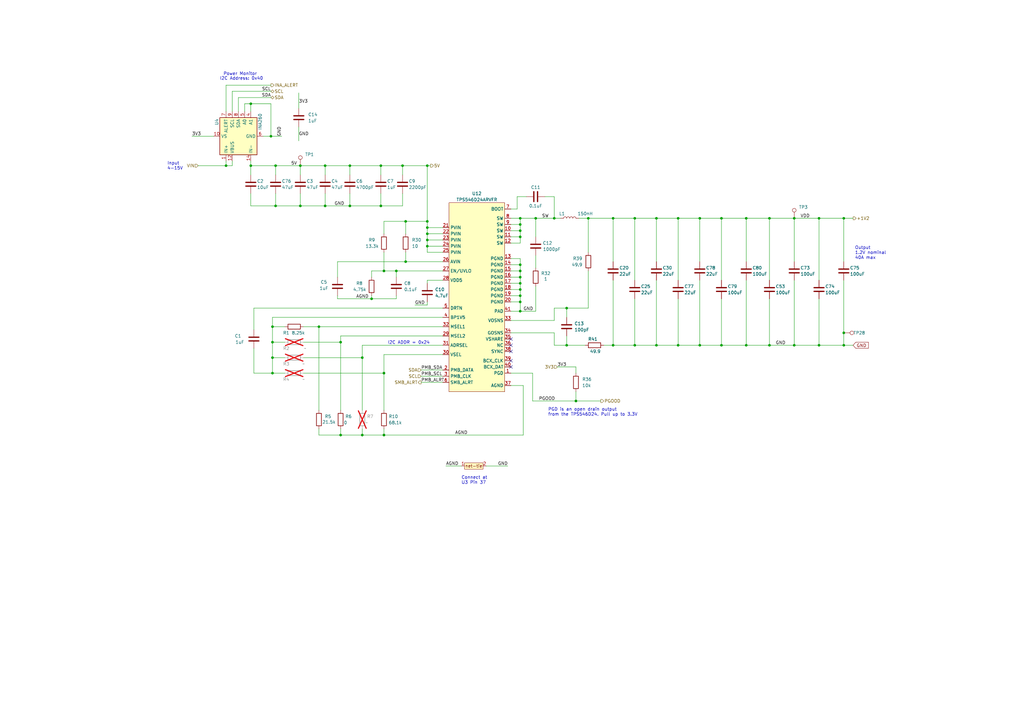
<source format=kicad_sch>
(kicad_sch (version 20231120) (generator "eeschema") (generator_version "8.0")
  (paper "A3")
  (title_block (title "BitForgeNano") (date "2024-06-21") (rev "1.0") (comment 1 "Licensed under CERN-OHL-W version 2"))
  (lib_symbols
    (symbol "BitForgeNano:C" (pin_numbers hide) (pin_names (offset 0.254))
      (property "Reference" "C" (at 0.635 2.54 0))
      (property "Value" "C" (at 0.635 -2.54 0))
      (symbol "C_0_1"
        (polyline (pts (xy -2.032 -0.762) (xy 2.032 -0.762)) (stroke (width 0.508)))
        (polyline (pts (xy -2.032 0.762) (xy 2.032 0.762)) (stroke (width 0.508)))
      )
      (symbol "C_1_1"
        (pin passive line (at 0 3.81 270) (length 2.794) (name "~") (number "1"))
        (pin passive line (at 0 -3.81 90) (length 2.794) (name "~") (number "2"))
      )
    )
    (symbol "BitForgeNano:INA260"
      (property "Reference" "U" (at -6.35 8.89 0))
      (property "Value" "INA260" (at 2.54 8.89 0))
      (symbol "INA260_0_1"
        (rectangle (start -7.62 7.62) (end 7.62 -7.62) (stroke (width 0.254)) (fill (type background)))
      )
      (symbol "INA260_1_1"
        (pin passive line (at -10.16 5.08 0) (length 2.54) (name "IN+") (number "1"))
        (pin power_in line (at 0 10.16 270) (length 2.54) (name "VS") (number "10"))
        (pin passive line (at 0 -10.16 90) (length 2.54) hide (name "GND") (number "11"))
        (pin passive line (at -10.16 2.54 0) (length 2.54) (name "VBUS") (number "12"))
        (pin no_connect line (at 2.54 -7.62 90) (length 2.54) hide (name "NC") (number "13"))
        (pin passive line (at -10.16 -5.08 0) (length 2.54) (name "IN-") (number "14"))
        (pin passive line (at -10.16 -5.08 0) (length 2.54) hide (name "IN-") (number "15"))
        (pin passive line (at -10.16 -5.08 0) (length 2.54) hide (name "IN-") (number "16"))
        (pin passive line (at -10.16 5.08 0) (length 2.54) hide (name "IN+") (number "2"))
        (pin passive line (at -10.16 5.08 0) (length 2.54) hide (name "IN+") (number "3"))
        (pin input line (at 10.16 -5.08 180) (length 2.54) (name "A1") (number "4"))
        (pin input line (at 10.16 -2.54 180) (length 2.54) (name "A0") (number "5"))
        (pin power_in line (at 0 -10.16 90) (length 2.54) (name "GND") (number "6"))
        (pin open_collector line (at 10.16 5.08 180) (length 2.54) (name "ALERT") (number "7"))
        (pin bidirectional line (at 10.16 0 180) (length 2.54) (name "SDA") (number "8"))
        (pin input line (at 10.16 2.54 180) (length 2.54) (name "SCL") (number "9"))
      )
    )
    (symbol "BitForgeNano:RT9080-33GJ5" (pin_names (offset 0.254))
      (property "Reference" "U2" (at 0 8.382 0))
      (property "Value" "RT9080-33GJ5" (at 0 5.842 0))
      (symbol "RT9080-33GJ5_1_1"
        (rectangle (start -6.35 3.81) (end 6.35 -5.08) (stroke (width 0.1524)) (fill (type background)))
        (pin power_in line (at -8.89 1.27 0) (length 2.54) (name "VIN") (number "1"))
        (pin power_in line (at 8.89 -3.81 180) (length 2.54) (name "GND") (number "2"))
        (pin input line (at -8.89 -1.27 0) (length 2.54) (name "EN") (number "3"))
        (pin power_in line (at 8.89 -1.27 180) (length 2.54) (name "NC") (number "4"))
        (pin output line (at 8.89 1.27 180) (length 2.54) (name "VOUT") (number "5"))
      )
    )
    (symbol "BitForgeNano:TestPoint" (pin_numbers hide) (pin_names (offset 0.762) hide)
      (property "Reference" "TP" (at 0 6.858 0))
      (property "Value" "TestPoint" (at 0 5.08 0))
      (symbol "TestPoint_0_1"
        (circle (center 0 3.302) (radius 0.762))
      )
      (symbol "TestPoint_1_1"
        (pin passive line (at 0 0 90) (length 2.54) (name "1") (number "1"))
      )
    )
    (symbol "Connector:TestPoint" (pin_numbers hide) (pin_names (offset 0.762) hide)
      (property "Reference" "TP" (at 0 6.858 0))
      (property "Value" "TestPoint" (at 0 5.08 0))
      (symbol "TestPoint_0_1"
        (circle (center 0 3.302) (radius 0.762))
      )
      (symbol "TestPoint_1_1"
        (pin passive line (at 0 0 90) (length 2.54) (name "1") (number "1"))
      )
    )
    (symbol "Device:C" (pin_numbers hide) (pin_names (offset 0.254))
      (property "Reference" "C" (at 0.635 2.54 0))
      (property "Value" "C" (at 0.635 -2.54 0))
      (symbol "C_0_1"
        (polyline (pts (xy -2.032 -0.762) (xy 2.032 -0.762)) (stroke (width 0.508)))
        (polyline (pts (xy -2.032 0.762) (xy 2.032 0.762)) (stroke (width 0.508)))
      )
      (symbol "C_1_1"
        (pin passive line (at 0 3.81 270) (length 2.794) (name "~") (number "1"))
        (pin passive line (at 0 -3.81 90) (length 2.794) (name "~") (number "2"))
      )
    )
    (symbol "Device:L" (pin_numbers hide) (pin_names (offset 1.016) hide)
      (property "Reference" "L" (at -1.27 0 90))
      (property "Value" "L" (at 1.905 0 90))
      (symbol "L_0_1"
        (arc (start 0 -2.54) (mid 0.6323 -1.905) (end 0 -1.27))
        (arc (start 0 -1.27) (mid 0.6323 -0.635) (end 0 0))
        (arc (start 0 0) (mid 0.6323 0.635) (end 0 1.27))
        (arc (start 0 1.27) (mid 0.6323 1.905) (end 0 2.54))
      )
      (symbol "L_1_1"
        (pin passive line (at 0 3.81 270) (length 1.27) (name "1") (number "1"))
        (pin passive line (at 0 -3.81 90) (length 1.27) (name "2") (number "2"))
      )
    )
    (symbol "Device:R" (pin_numbers hide) (pin_names (offset 0))
      (property "Reference" "R" (at 2.032 0 90))
      (property "Value" "R" (at 0 0 90))
      (symbol "R_0_1"
        (rectangle (start -1.016 -2.54) (end 1.016 2.54) (stroke (width 0.254)))
      )
      (symbol "R_1_1"
        (pin passive line (at 0 3.81 270) (length 1.27) (name "~") (number "1"))
        (pin passive line (at 0 -3.81 90) (length 1.27) (name "~") (number "2"))
      )
    )
    (symbol "bitaxe:TPS546D24"
      (property "Reference" "U10" (at 0 45.72 0))
      (property "Value" "TPS546D24ARVFR" (at 0 43.18 0))
      (symbol "TPS546D24_0_1"
        (rectangle (start -11.43 41.91) (end 11.43 -35.56) (stroke (width 0.1524)) (fill (type background)))
      )
      (symbol "TPS546D24_1_1"
        (pin input line (at 13.97 -27.94 180) (length 2.54) (name "PGD") (number "1"))
        (pin power_in line (at 13.97 30.48 180) (length 2.54) (name "SW") (number "10"))
        (pin output line (at 13.97 27.94 180) (length 2.54) (name "SW") (number "11"))
        (pin power_out line (at 13.97 25.4 180) (length 2.54) (name "SW") (number "12"))
        (pin output line (at 13.97 19.05 180) (length 2.54) (name "PGND") (number "13"))
        (pin output line (at 13.97 16.51 180) (length 2.54) (name "PGND") (number "14"))
        (pin input line (at 13.97 13.97 180) (length 2.54) (name "PGND") (number "15"))
        (pin input line (at 13.97 11.43 180) (length 2.54) (name "PGND") (number "16"))
        (pin power_in line (at 13.97 8.89 180) (length 2.54) (name "PGND") (number "17"))
        (pin input line (at 13.97 6.35 180) (length 2.54) (name "PGND") (number "18"))
        (pin input line (at 13.97 3.81 180) (length 2.54) (name "PGND") (number "19"))
        (pin input line (at -13.97 -26.67 0) (length 2.54) (name "PMB_DATA") (number "2"))
        (pin power_in line (at 13.97 1.27 180) (length 2.54) (name "PGND") (number "20"))
        (pin input line (at -13.97 31.75 0) (length 2.54) (name "PVIN") (number "21"))
        (pin input line (at -13.97 29.21 0) (length 2.54) (name "PVIN") (number "22"))
        (pin input line (at -13.97 26.67 0) (length 2.54) (name "PVIN") (number "23"))
        (pin input line (at -13.97 24.13 0) (length 2.54) (name "PVIN") (number "24"))
        (pin input line (at -13.97 21.59 0) (length 2.54) (name "PVIN") (number "25"))
        (pin input line (at -13.97 17.78 0) (length 2.54) (name "AVIN") (number "26"))
        (pin input line (at -13.97 13.97 0) (length 2.54) (name "EN/UVLO") (number "27"))
        (pin output line (at -13.97 10.16 0) (length 2.54) (name "VDD5") (number "28"))
        (pin input line (at -13.97 -12.7 0) (length 2.54) (name "MSEL2") (number "29"))
        (pin input line (at -13.97 -29.21 0) (length 2.54) (name "PMB_CLK") (number "3"))
        (pin input line (at -13.97 -20.32 0) (length 2.54) (name "VSEL") (number "30"))
        (pin input line (at -13.97 -16.51 0) (length 2.54) (name "ADRSEL") (number "31"))
        (pin input line (at -13.97 -8.89 0) (length 2.54) (name "MSEL1") (number "32"))
        (pin output line (at 13.97 -6.35 180) (length 2.54) (name "VOSNS") (number "33"))
        (pin output line (at 13.97 -11.43 180) (length 2.54) (name "GOSNS") (number "34"))
        (pin input line (at 13.97 -13.97 180) (length 2.54) (name "VSHARE") (number "35"))
        (pin input line (at 13.97 -16.51 180) (length 2.54) (name "NC") (number "36"))
        (pin power_in line (at 13.97 -33.02 180) (length 2.54) (name "AGND") (number "37"))
        (pin input line (at 13.97 -19.05 180) (length 2.54) (name "SYNC") (number "38"))
        (pin input line (at 13.97 -22.86 180) (length 2.54) (name "BCX_CLK") (number "39"))
        (pin input line (at -13.97 -5.08 0) (length 2.54) (name "BP1V5") (number "4"))
        (pin input line (at 13.97 -25.4 180) (length 2.54) (name "BCX_DAT") (number "40"))
        (pin power_in line (at 13.97 -2.54 180) (length 2.54) (name "PAD") (number "41"))
        (pin input line (at -13.97 -1.27 0) (length 2.54) (name "DRTN") (number "5"))
        (pin input line (at -13.97 -31.75 0) (length 2.54) (name "SMB_ALRT") (number "6"))
        (pin input line (at 13.97 39.37 180) (length 2.54) (name "BOOT") (number "7"))
        (pin output line (at 13.97 35.56 180) (length 2.54) (name "SW") (number "8"))
        (pin power_in line (at 13.97 33.02 180) (length 2.54) (name "SW") (number "9"))
      )
    )
    (symbol "bitaxe:net-tie"
      (symbol "net-tie_0_1"
        (rectangle (start -3.81 1.27) (end 3.81 -1.27) (stroke (width 0.1524)) (fill (type background)))
      )
      (symbol "net-tie_1_0"
        (pin bidirectional line (at -5.08 0 0) (length 1.27) (name "") (number "1"))
        (pin bidirectional line (at 5.08 0 180) (length 1.27) (name "") (number "2"))
      )
      (symbol "net-tie_1_1"
        (text "net-tie" (at 0 0 0) (effects (font (size 1.27 1.27))))
      )
    )
  )
  (junction (at 335.915 141.605))
  (junction (at 213.36 121.285))
  (junction (at 269.24 141.605))
  (junction (at 157.48 111.125))
  (junction (at 111.76 153.035))
  (junction (at 241.3 89.535))
  (junction (at 143.51 84.455))
  (junction (at 184.785 342.9))
  (junction (at 306.07 89.535))
  (junction (at 157.48 153.035))
  (junction (at 123.19 67.945))
  (junction (at 346.075 141.605))
  (junction (at 213.36 92.075))
  (junction (at 102.87 42.545))
  (junction (at 191.135 330.2))
  (junction (at 133.35 84.455))
  (junction (at 175.26 93.345))
  (junction (at 325.755 89.535))
  (junction (at 148.59 146.685))
  (junction (at 162.56 111.125))
  (junction (at 139.7 178.435))
  (junction (at 92.71 67.945))
  (junction (at 251.46 141.605))
  (junction (at 111.76 146.685))
  (junction (at 213.36 116.205))
  (junction (at 213.36 89.535))
  (junction (at 165.1 67.945))
  (junction (at 113.03 67.945))
  (junction (at 278.13 141.605))
  (junction (at 133.35 67.945))
  (junction (at 152.4 122.555))
  (junction (at 113.03 84.455))
  (junction (at 287.02 89.535))
  (junction (at 213.36 97.155))
  (junction (at 213.36 118.745))
  (junction (at 139.7 140.335))
  (junction (at 213.36 127.635))
  (junction (at 278.13 89.535))
  (junction (at 315.595 89.535))
  (junction (at 175.26 95.885))
  (junction (at 346.075 89.535))
  (junction (at 213.36 111.125))
  (junction (at 166.37 90.805))
  (junction (at 166.37 107.315))
  (junction (at 325.755 141.605))
  (junction (at 175.26 67.945))
  (junction (at 232.41 126.365))
  (junction (at 295.91 89.535))
  (junction (at 161.925 330.2))
  (junction (at 175.26 98.425))
  (junction (at 123.19 84.455))
  (junction (at 148.59 178.435))
  (junction (at 251.46 89.535))
  (junction (at 156.21 67.945))
  (junction (at 232.41 141.605))
  (junction (at 346.075 136.525))
  (junction (at 295.91 141.605))
  (junction (at 157.48 178.435))
  (junction (at 213.36 123.825))
  (junction (at 219.71 89.535))
  (junction (at 213.36 94.615))
  (junction (at 269.24 89.535))
  (junction (at 111.76 140.335))
  (junction (at 315.595 141.605))
  (junction (at 213.36 113.665))
  (junction (at 260.35 89.535))
  (junction (at 175.26 100.965))
  (junction (at 111.125 55.88))
  (junction (at 213.36 108.585))
  (junction (at 227.33 89.535))
  (junction (at 130.81 133.985))
  (junction (at 156.21 84.455))
  (junction (at 175.26 90.805))
  (junction (at 102.87 67.945))
  (junction (at 111.76 133.985))
  (junction (at 287.02 141.605))
  (junction (at 306.07 141.605))
  (junction (at 143.51 67.945))
  (junction (at 335.915 89.535))
  (junction (at 260.35 141.605))
  (junction (at 236.22 164.465))
  (no_connect (at 182.245 332.74))
  (no_connect (at 209.55 147.955))
  (no_connect (at 209.55 141.605))
  (no_connect (at 209.55 139.065))
  (no_connect (at 209.55 144.145))
  (no_connect (at 209.55 150.495))
  (wire (pts (xy 287.02 114.935) (xy 287.02 141.605)))
  (wire (pts (xy 130.81 175.895) (xy 130.81 178.435)))
  (wire (pts (xy 182.245 335.28) (xy 184.785 335.28)))
  (wire (pts (xy 232.41 126.365) (xy 241.3 126.365)))
  (wire (pts (xy 100.33 45.72) (xy 100.33 42.545)))
  (wire (pts (xy 148.59 175.895) (xy 148.59 178.435)))
  (wire (pts (xy 130.81 133.985) (xy 130.81 168.275)))
  (wire (pts (xy 278.13 89.535) (xy 287.02 89.535)))
  (wire (pts (xy 237.49 89.535) (xy 241.3 89.535)))
  (wire (pts (xy 153.035 330.2) (xy 161.925 330.2)))
  (wire (pts (xy 166.37 90.805) (xy 175.26 90.805)))
  (wire (pts (xy 213.36 121.285) (xy 213.36 123.825)))
  (wire (pts (xy 92.71 67.945) (xy 95.25 67.945)))
  (wire (pts (xy 166.37 103.505) (xy 166.37 107.315)))
  (wire (pts (xy 213.36 97.155) (xy 213.36 94.615)))
  (wire (pts (xy 139.7 178.435) (xy 148.59 178.435)))
  (wire (pts (xy 166.37 95.885) (xy 166.37 90.805)))
  (wire (pts (xy 260.35 89.535) (xy 260.35 114.935)))
  (wire (pts (xy 138.43 122.555) (xy 152.4 122.555)))
  (wire (pts (xy 153.035 330.2) (xy 153.035 332.74)))
  (wire (pts (xy 219.71 117.475) (xy 219.71 127.635)))
  (wire (pts (xy 113.03 84.455) (xy 123.19 84.455)))
  (wire (pts (xy 124.46 146.685) (xy 148.59 146.685)))
  (wire (pts (xy 175.26 114.935) (xy 181.61 114.935)))
  (wire (pts (xy 104.14 126.365) (xy 181.61 126.365)))
  (wire (pts (xy 157.48 153.035) (xy 157.48 168.275)))
  (wire (pts (xy 209.55 111.125) (xy 213.36 111.125)))
  (wire (pts (xy 113.03 79.375) (xy 113.03 84.455)))
  (wire (pts (xy 182.88 191.135) (xy 189.23 191.135)))
  (wire (pts (xy 227.33 141.605) (xy 232.41 141.605)))
  (wire (pts (xy 162.56 121.285) (xy 162.56 122.555)))
  (wire (pts (xy 157.48 111.125) (xy 162.56 111.125)))
  (wire (pts (xy 269.24 89.535) (xy 269.24 107.315)))
  (wire (pts (xy 209.55 116.205) (xy 213.36 116.205)))
  (wire (pts (xy 209.55 158.115) (xy 214.63 158.115)))
  (wire (pts (xy 175.26 67.945) (xy 176.53 67.945)))
  (wire (pts (xy 295.91 122.555) (xy 295.91 141.605)))
  (wire (pts (xy 148.59 141.605) (xy 181.61 141.605)))
  (wire (pts (xy 111.76 153.035) (xy 116.84 153.035)))
  (wire (pts (xy 218.44 164.465) (xy 236.22 164.465)))
  (wire (pts (xy 346.075 89.535) (xy 346.075 107.315)))
  (wire (pts (xy 251.46 89.535) (xy 251.46 107.315)))
  (wire (pts (xy 315.595 89.535) (xy 325.755 89.535)))
  (wire (pts (xy 170.18 125.095) (xy 175.26 125.095)))
  (wire (pts (xy 113.03 67.945) (xy 113.03 71.755)))
  (wire (pts (xy 172.72 154.305) (xy 181.61 154.305)))
  (wire (pts (xy 219.71 127.635) (xy 213.36 127.635)))
  (wire (pts (xy 148.59 178.435) (xy 157.48 178.435)))
  (wire (pts (xy 157.48 111.125) (xy 152.4 111.125)))
  (wire (pts (xy 175.26 98.425) (xy 181.61 98.425)))
  (wire (pts (xy 156.21 79.375) (xy 156.21 84.455)))
  (wire (pts (xy 251.46 89.535) (xy 260.35 89.535)))
  (wire (pts (xy 175.26 100.965) (xy 181.61 100.965)))
  (wire (pts (xy 325.755 107.315) (xy 325.755 89.535)))
  (wire (pts (xy 133.35 67.945) (xy 133.35 71.755)))
  (wire (pts (xy 209.55 106.045) (xy 213.36 106.045)))
  (wire (pts (xy 153.035 342.9) (xy 153.035 340.36)))
  (wire (pts (xy 138.43 107.315) (xy 166.37 107.315)))
  (wire (pts (xy 236.22 164.465) (xy 246.38 164.465)))
  (wire (pts (xy 156.21 67.945) (xy 156.21 71.755)))
  (wire (pts (xy 346.075 136.525) (xy 346.075 141.605)))
  (wire (pts (xy 175.26 123.825) (xy 175.26 125.095)))
  (wire (pts (xy 102.87 67.945) (xy 113.03 67.945)))
  (wire (pts (xy 213.36 106.045) (xy 213.36 108.585)))
  (wire (pts (xy 95.25 37.465) (xy 111.125 37.465)))
  (wire (pts (xy 139.7 175.895) (xy 139.7 178.435)))
  (wire (pts (xy 315.595 89.535) (xy 315.595 114.935)))
  (wire (pts (xy 335.915 89.535) (xy 346.075 89.535)))
  (wire (pts (xy 227.33 131.445) (xy 227.33 126.365)))
  (wire (pts (xy 143.51 79.375) (xy 143.51 84.455)))
  (wire (pts (xy 95.25 66.04) (xy 95.25 67.945)))
  (wire (pts (xy 156.21 67.945) (xy 165.1 67.945)))
  (wire (pts (xy 209.55 99.695) (xy 213.36 99.695)))
  (wire (pts (xy 278.13 122.555) (xy 278.13 141.605)))
  (wire (pts (xy 306.07 114.935) (xy 306.07 141.605)))
  (wire (pts (xy 181.61 103.505) (xy 175.26 103.505)))
  (wire (pts (xy 133.35 84.455) (xy 143.51 84.455)))
  (wire (pts (xy 130.81 178.435) (xy 139.7 178.435)))
  (wire (pts (xy 102.87 66.04) (xy 102.87 67.945)))
  (wire (pts (xy 111.76 140.335) (xy 111.76 146.685)))
  (wire (pts (xy 111.76 130.175) (xy 111.76 133.985)))
  (wire (pts (xy 130.81 133.985) (xy 181.61 133.985)))
  (wire (pts (xy 138.43 121.285) (xy 138.43 122.555)))
  (wire (pts (xy 218.44 153.035) (xy 218.44 164.465)))
  (wire (pts (xy 241.3 89.535) (xy 241.3 103.505)))
  (wire (pts (xy 175.26 95.885) (xy 175.26 98.425)))
  (wire (pts (xy 260.35 141.605) (xy 269.24 141.605)))
  (wire (pts (xy 175.26 67.945) (xy 175.26 90.805)))
  (wire (pts (xy 212.09 85.725) (xy 212.09 80.645)))
  (wire (pts (xy 148.59 141.605) (xy 148.59 146.685)))
  (wire (pts (xy 133.35 67.945) (xy 143.51 67.945)))
  (wire (pts (xy 325.755 89.535) (xy 335.915 89.535)))
  (wire (pts (xy 157.48 175.895) (xy 157.48 178.435)))
  (wire (pts (xy 161.925 330.2) (xy 164.465 330.2)))
  (wire (pts (xy 213.36 111.125) (xy 213.36 113.665)))
  (wire (pts (xy 209.55 108.585) (xy 213.36 108.585)))
  (wire (pts (xy 213.36 99.695) (xy 213.36 97.155)))
  (wire (pts (xy 213.36 116.205) (xy 213.36 118.745)))
  (wire (pts (xy 227.33 126.365) (xy 232.41 126.365)))
  (wire (pts (xy 175.26 95.885) (xy 181.61 95.885)))
  (wire (pts (xy 269.24 141.605) (xy 278.13 141.605)))
  (wire (pts (xy 251.46 141.605) (xy 260.35 141.605)))
  (wire (pts (xy 143.51 84.455) (xy 156.21 84.455)))
  (wire (pts (xy 213.36 94.615) (xy 213.36 92.075)))
  (wire (pts (xy 251.46 114.935) (xy 251.46 141.605)))
  (wire (pts (xy 236.22 160.655) (xy 236.22 164.465)))
  (wire (pts (xy 213.36 123.825) (xy 209.55 123.825)))
  (wire (pts (xy 306.07 89.535) (xy 315.595 89.535)))
  (wire (pts (xy 287.02 141.605) (xy 295.91 141.605)))
  (wire (pts (xy 199.39 191.135) (xy 208.28 191.135)))
  (wire (pts (xy 143.51 67.945) (xy 143.51 71.755)))
  (wire (pts (xy 92.71 45.72) (xy 92.71 34.925)))
  (wire (pts (xy 181.61 130.175) (xy 111.76 130.175)))
  (wire (pts (xy 111.76 133.985) (xy 116.84 133.985)))
  (wire (pts (xy 175.26 93.345) (xy 181.61 93.345)))
  (wire (pts (xy 315.595 141.605) (xy 325.755 141.605)))
  (wire (pts (xy 107.95 55.88) (xy 111.125 55.88)))
  (wire (pts (xy 209.55 118.745) (xy 213.36 118.745)))
  (wire (pts (xy 346.075 114.935) (xy 346.075 136.525)))
  (wire (pts (xy 123.19 79.375) (xy 123.19 84.455)))
  (wire (pts (xy 156.21 84.455) (xy 165.1 84.455)))
  (wire (pts (xy 111.76 146.685) (xy 116.84 146.685)))
  (wire (pts (xy 152.4 121.285) (xy 152.4 122.555)))
  (wire (pts (xy 81.28 67.945) (xy 92.71 67.945)))
  (wire (pts (xy 175.26 90.805) (xy 175.26 93.345)))
  (wire (pts (xy 148.59 146.685) (xy 148.59 168.275)))
  (wire (pts (xy 175.26 98.425) (xy 175.26 100.965)))
  (wire (pts (xy 104.14 153.035) (xy 111.76 153.035)))
  (wire (pts (xy 227.33 136.525) (xy 227.33 141.605)))
  (wire (pts (xy 92.71 66.04) (xy 92.71 67.945)))
  (wire (pts (xy 157.48 103.505) (xy 157.48 111.125)))
  (wire (pts (xy 102.87 71.755) (xy 102.87 67.945)))
  (wire (pts (xy 166.37 107.315) (xy 181.61 107.315)))
  (wire (pts (xy 306.07 107.315) (xy 306.07 89.535)))
  (wire (pts (xy 278.13 141.605) (xy 287.02 141.605)))
  (wire (pts (xy 191.135 330.2) (xy 200.025 330.2)))
  (wire (pts (xy 157.48 95.885) (xy 157.48 90.805)))
  (wire (pts (xy 260.35 122.555) (xy 260.35 141.605)))
  (wire (pts (xy 172.72 151.765) (xy 181.61 151.765)))
  (wire (pts (xy 164.465 332.74) (xy 161.925 332.74)))
  (wire (pts (xy 295.91 141.605) (xy 306.07 141.605)))
  (wire (pts (xy 139.7 137.795) (xy 181.61 137.795)))
  (wire (pts (xy 111.125 42.545) (xy 111.125 55.88)))
  (wire (pts (xy 209.55 121.285) (xy 213.36 121.285)))
  (wire (pts (xy 143.51 67.945) (xy 156.21 67.945)))
  (wire (pts (xy 122.555 52.07) (xy 122.555 57.785)))
  (wire (pts (xy 182.245 330.2) (xy 191.135 330.2)))
  (wire (pts (xy 157.48 145.415) (xy 157.48 153.035)))
  (wire (pts (xy 122.555 38.1) (xy 122.555 44.45)))
  (wire (pts (xy 335.915 141.605) (xy 346.075 141.605)))
  (wire (pts (xy 157.48 178.435) (xy 214.63 178.435)))
  (wire (pts (xy 213.36 123.825) (xy 213.36 127.635)))
  (wire (pts (xy 124.46 133.985) (xy 130.81 133.985)))
  (wire (pts (xy 133.35 79.375) (xy 133.35 84.455)))
  (wire (pts (xy 209.55 153.035) (xy 218.44 153.035)))
  (wire (pts (xy 209.55 113.665) (xy 213.36 113.665)))
  (wire (pts (xy 102.87 42.545) (xy 111.125 42.545)))
  (wire (pts (xy 209.55 94.615) (xy 213.36 94.615)))
  (wire (pts (xy 138.43 113.665) (xy 138.43 107.315)))
  (wire (pts (xy 162.56 111.125) (xy 181.61 111.125)))
  (wire (pts (xy 161.925 332.74) (xy 161.925 330.2)))
  (wire (pts (xy 139.7 140.335) (xy 139.7 168.275)))
  (wire (pts (xy 236.22 153.035) (xy 236.22 150.495)))
  (wire (pts (xy 102.87 45.72) (xy 102.87 42.545)))
  (wire (pts (xy 223.52 80.645) (xy 227.33 80.645)))
  (wire (pts (xy 241.3 111.125) (xy 241.3 126.365)))
  (wire (pts (xy 214.63 158.115) (xy 214.63 178.435)))
  (wire (pts (xy 97.79 45.72) (xy 97.79 40.005)))
  (wire (pts (xy 78.74 55.88) (xy 87.63 55.88)))
  (wire (pts (xy 153.035 342.9) (xy 184.785 342.9)))
  (wire (pts (xy 219.71 109.855) (xy 219.71 104.775)))
  (wire (pts (xy 102.87 84.455) (xy 113.03 84.455)))
  (wire (pts (xy 213.36 89.535) (xy 209.55 89.535)))
  (wire (pts (xy 139.7 137.795) (xy 139.7 140.335)))
  (wire (pts (xy 325.755 141.605) (xy 335.915 141.605)))
  (wire (pts (xy 247.65 141.605) (xy 251.46 141.605)))
  (wire (pts (xy 172.72 156.845) (xy 181.61 156.845)))
  (wire (pts (xy 152.4 111.125) (xy 152.4 113.665)))
  (wire (pts (xy 184.785 335.28) (xy 184.785 342.9)))
  (wire (pts (xy 213.36 118.745) (xy 213.36 121.285)))
  (wire (pts (xy 228.6 150.495) (xy 236.22 150.495)))
  (wire (pts (xy 175.26 100.965) (xy 175.26 103.505)))
  (wire (pts (xy 278.13 89.535) (xy 278.13 114.935)))
  (wire (pts (xy 219.71 89.535) (xy 227.33 89.535)))
  (wire (pts (xy 111.76 140.335) (xy 116.84 140.335)))
  (wire (pts (xy 184.785 342.9) (xy 191.135 342.9)))
  (wire (pts (xy 232.41 141.605) (xy 240.03 141.605)))
  (wire (pts (xy 209.55 97.155) (xy 213.36 97.155)))
  (wire (pts (xy 232.41 137.795) (xy 232.41 141.605)))
  (wire (pts (xy 124.46 140.335) (xy 139.7 140.335)))
  (wire (pts (xy 306.07 141.605) (xy 315.595 141.605)))
  (wire (pts (xy 111.76 146.685) (xy 111.76 153.035)))
  (wire (pts (xy 95.25 45.72) (xy 95.25 37.465)))
  (wire (pts (xy 104.14 135.255) (xy 104.14 126.365)))
  (wire (pts (xy 209.55 127.635) (xy 213.36 127.635)))
  (wire (pts (xy 346.075 141.605) (xy 349.885 141.605)))
  (wire (pts (xy 175.26 116.205) (xy 175.26 114.935)))
  (wire (pts (xy 113.03 67.945) (xy 123.19 67.945)))
  (wire (pts (xy 209.55 85.725) (xy 212.09 85.725)))
  (wire (pts (xy 241.3 89.535) (xy 251.46 89.535)))
  (wire (pts (xy 191.135 330.2) (xy 191.135 332.74)))
  (wire (pts (xy 295.91 89.535) (xy 306.07 89.535)))
  (wire (pts (xy 92.71 34.925) (xy 111.125 34.925)))
  (wire (pts (xy 157.48 90.805) (xy 166.37 90.805)))
  (wire (pts (xy 209.55 136.525) (xy 227.33 136.525)))
  (wire (pts (xy 152.4 122.555) (xy 162.56 122.555)))
  (wire (pts (xy 269.24 114.935) (xy 269.24 141.605)))
  (wire (pts (xy 295.91 89.535) (xy 295.91 114.935)))
  (wire (pts (xy 315.595 122.555) (xy 315.595 141.605)))
  (wire (pts (xy 213.36 89.535) (xy 219.71 89.535)))
  (wire (pts (xy 165.1 84.455) (xy 165.1 79.375)))
  (wire (pts (xy 260.35 89.535) (xy 269.24 89.535)))
  (wire (pts (xy 213.36 113.665) (xy 213.36 116.205)))
  (wire (pts (xy 349.885 89.535) (xy 346.075 89.535)))
  (wire (pts (xy 100.33 42.545) (xy 102.87 42.545)))
  (wire (pts (xy 191.135 340.36) (xy 191.135 342.9)))
  (wire (pts (xy 219.71 97.155) (xy 219.71 89.535)))
  (wire (pts (xy 227.33 89.535) (xy 229.87 89.535)))
  (wire (pts (xy 287.02 89.535) (xy 287.02 107.315)))
  (wire (pts (xy 325.755 114.935) (xy 325.755 141.605)))
  (wire (pts (xy 269.24 89.535) (xy 278.13 89.535)))
  (wire (pts (xy 209.55 131.445) (xy 227.33 131.445)))
  (wire (pts (xy 111.76 133.985) (xy 111.76 140.335)))
  (wire (pts (xy 335.915 89.535) (xy 335.915 114.935)))
  (wire (pts (xy 97.79 40.005) (xy 111.125 40.005)))
  (wire (pts (xy 227.33 80.645) (xy 227.33 89.535)))
  (wire (pts (xy 287.02 89.535) (xy 295.91 89.535)))
  (wire (pts (xy 232.41 126.365) (xy 232.41 130.175)))
  (wire (pts (xy 102.87 79.375) (xy 102.87 84.455)))
  (wire (pts (xy 209.55 92.075) (xy 213.36 92.075)))
  (wire (pts (xy 212.09 80.645) (xy 215.9 80.645)))
  (wire (pts (xy 123.19 67.945) (xy 123.19 71.755)))
  (wire (pts (xy 104.14 142.875) (xy 104.14 153.035)))
  (wire (pts (xy 162.56 113.665) (xy 162.56 111.125)))
  (wire (pts (xy 111.125 55.88) (xy 115.57 55.88)))
  (wire (pts (xy 175.26 93.345) (xy 175.26 95.885)))
  (wire (pts (xy 123.19 67.945) (xy 133.35 67.945)))
  (wire (pts (xy 165.1 67.945) (xy 165.1 71.755)))
  (wire (pts (xy 175.26 67.945) (xy 165.1 67.945)))
  (wire (pts (xy 335.915 122.555) (xy 335.915 141.605)))
  (wire (pts (xy 157.48 145.415) (xy 181.61 145.415)))
  (wire (pts (xy 213.36 92.075) (xy 213.36 89.535)))
  (wire (pts (xy 213.36 108.585) (xy 213.36 111.125)))
  (wire (pts (xy 123.19 84.455) (xy 133.35 84.455)))
  (wire (pts (xy 124.46 153.035) (xy 157.48 153.035)))
  (text "3V3 LDO" (at 163.195 346.71 0) (effects (font (size 1.27 1.27)) (justify left bottom)))
  (text "PGD is an open drain output\nfrom the TPS546D24. Pull up to 3.3V" (at 224.79 170.815 0) (effects (font (size 1.27 1.27)) (justify left bottom)))
  (text "Output \n1.2V nominal\n40A max" (at 350.647 106.553 0) (effects (font (size 1.27 1.27)) (justify left bottom)))
  (text "I2C ADDR = 0x24" (at 159.004 141.351 0) (effects (font (size 1.27 1.27)) (justify left bottom)))
  (text "Connect at\nU3 Pin 37" (at 189.23 198.755 0) (effects (font (size 1.27 1.27)) (justify left bottom)))
  (text "600 mA max" (at 201.295 334.01 0) (effects (font (size 1.27 1.27)) (justify left bottom)))
  (text "I2C Address: 0x40" (at 107.95 33.02 0) (effects (font (size 1.27 1.27)) (justify right bottom)))
  (text "Power Monitor" (at 105.41 31.115 0) (effects (font (size 1.27 1.27)) (justify right bottom)))
  (text "Input \n4-15V" (at 68.58 69.85 0) (effects (font (size 1.27 1.27)) (justify left bottom)))
  (label "GND" (at 208.28 191.135 180))
  (label "5V" (at 155.575 330.2 0))
  (label "AGND" (at 182.88 191.135 0))
  (label "SW" (at 222.25 89.535 0))
  (label "PMB_ALRT" (at 172.72 156.845 0))
  (label "PMB_SDA" (at 172.72 151.765 0))
  (label "GND" (at 170.18 125.095 0))
  (label "GND" (at 115.57 55.88 90))
  (label "SCL" (at 111.125 37.465 180))
  (label "AGND" (at 146.05 122.555 0))
  (label "3V3" (at 122.555 42.545 0))
  (label "GND" (at 214.63 127.635 0))
  (label "VDD" (at 328.295 89.535 0))
  (label "PGOOD" (at 220.98 164.465 0))
  (label "5V" (at 119.38 67.945 0))
  (label "GND" (at 122.555 55.88 0))
  (label "GND" (at 137.16 84.455 0))
  (label "AGND" (at 191.77 178.435 180))
  (label "GND" (at 318.135 141.605 0))
  (label "3V3" (at 78.74 55.88 0))
  (label "3V3" (at 228.6 150.495 0))
  (label "SDA" (at 111.125 40.005 180))
  (label "PMB_SCL" (at 172.72 154.305 0))
  (label "3V3" (at 184.785 330.2 0))
  (label "GND" (at 170.815 342.9 0))
  (global_label "GND" (shape input) (at 349.885 141.605 0) (property "Intersheetrefs" "${INTERSHEET_REFS}" (effects (hide yes))))
  (hierarchical_label "SDA" (shape bidirectional) (at 111.125 40.005 0))
  (hierarchical_label "SDA" (shape input) (at 172.72 151.765 180))
  (hierarchical_label "+1V2" (shape output) (at 349.885 89.535 0))
  (hierarchical_label "SMB_ALRT" (shape output) (at 172.72 156.845 180))
  (hierarchical_label "SCL" (shape input) (at 172.72 154.305 180))
  (hierarchical_label "5V" (shape output) (at 176.53 67.945 0))
  (hierarchical_label "PGOOD" (shape output) (at 246.38 164.465 0))
  (hierarchical_label "INA_ALERT" (shape output) (at 111.125 34.925 0))
  (hierarchical_label "VIN" (shape input) (at 81.28 67.945 180))
  (hierarchical_label "SCL" (shape bidirectional) (at 111.125 37.465 0))
  (hierarchical_label "3V3" (shape output) (at 200.025 330.2 0))
  (hierarchical_label "3V3" (shape input) (at 228.6 150.495 180))
  (symbol (lib_id "BitForgeNano:C") (at 191.135 336.55 0) (unit 1)
    (property "Reference" "C57" (at 192.405 334.645 0) (effects (justify left bottom)))
    (property "Value" "1uF" (at 192.405 339.725 0) (effects (justify left bottom)))
    (property "Footprint" "BitForgeNano:C_0402_1005Metric" (effects (hide yes)))
    (property "Description" "EMK105BJ105MV-F" (effects (hide yes)))
    (property "DK" "587-5514-1-ND" (effects (hide yes)))
    (property "PARTNO" "EMK105BJ105MV-F" (effects (hide yes)))
  )
  (symbol (lib_id "BitForgeNano:TestPoint") (at 325.755 89.535 0) (unit 1)
    (property "Reference" "TP3" (at 327.66 84.9629 0) (effects (justify left)))
    (property "Value" "TestPoint" (effects (hide yes)))
    (property "Footprint" "BitForgeNano:TestPoint_Pad_D1.0mm" (effects (hide yes)))
    (property "Description" "test point" (effects (hide yes)))
  )
  (symbol (lib_id "BitForgeNano:C") (at 153.035 336.55 0) (unit 1)
    (property "Reference" "C56" (at 154.305 334.645 0) (effects (justify left bottom)))
    (property "Value" "1uF" (at 154.305 339.725 0) (effects (justify left bottom)))
    (property "Footprint" "BitForgeNano:C_0402_1005Metric" (effects (hide yes)))
    (property "Description" "EMK105BJ105MV-F" (effects (hide yes)))
    (property "DK" "587-5514-1-ND" (effects (hide yes)))
    (property "PARTNO" "EMK105BJ105MV-F" (effects (hide yes)))
  )
  (symbol (lib_id "Device:R") (at 157.48 172.085 0) (unit 1)
    (property "Reference" "R10" (at 159.385 170.815 0) (effects (justify left)))
    (property "Value" "68.1k" (at 159.385 173.355 0) (effects (justify left)))
    (property "Footprint" "Resistor_SMD:R_0402_1005Metric" (effects (hide yes)))
    (property "Description" "Resistor" (effects (hide yes)))
    (property "DK" "YAG3213CT-ND" (effects (hide yes)))
    (property "PARTNO" "RC0402FR-0768K1L" (effects (hide yes)))
  )
  (symbol (lib_id "Device:C") (at 260.35 118.745 0) (unit 1)
    (property "Reference" "C25" (at 262.89 117.475 0) (effects (justify left)))
    (property "Value" "22uF" (at 262.89 120.015 0) (effects (justify left)))
    (property "Footprint" "Capacitor_SMD:C_0805_2012Metric" (effects (hide yes)))
    (property "DK" "490-10746-1-ND" (effects (hide yes)))
    (property "PARTNO" "GRM21BR61A226ME44L" (effects (hide yes)))
  )
  (symbol (lib_id "Device:C") (at 219.71 100.965 180) (unit 1)
    (property "Reference" "C12" (at 224.536 99.695 0))
    (property "Value" "1000pF" (at 226.314 102.235 0))
    (property "Footprint" "Capacitor_SMD:C_0805_2012Metric" (effects (hide yes)))
    (property "DK" "311-1127-1-ND" (effects (hide yes)))
    (property "PARTNO" "CC0805KRX7R9BB102" (effects (hide yes)))
  )
  (symbol (lib_id "Device:R") (at 152.4 117.475 0) (unit 1)
    (property "Reference" "R8" (at 146.05 116.205 0) (effects (justify left)))
    (property "Value" "4.75k" (at 144.78 118.745 0) (effects (justify left)))
    (property "Footprint" "Resistor_SMD:R_0402_1005Metric" (effects (hide yes)))
    (property "Description" "Resistor" (effects (hide yes)))
    (property "DK" "541-4.75KLCT-ND" (effects (hide yes)))
    (property "PARTNO" "CRCW04024K75FKED" (effects (hide yes)))
  )
  (symbol (lib_id "Device:R") (at 120.65 146.685 90) (unit 1) (dnp yes)
    (property "Reference" "R3" (at 118.745 149.225 90) (effects (justify left)))
    (property "Value" "~" (at 125.095 149.225 90) (effects (justify left)))
    (property "Footprint" "Resistor_SMD:R_0402_1005Metric" (effects (hide yes)))
    (property "Description" "Resistor" (effects (hide yes)))
  )
  (symbol (lib_id "Device:C") (at 143.51 75.565 0) (unit 1)
    (property "Reference" "C6" (at 146.05 74.295 0) (effects (justify left)))
    (property "Value" "4700pF" (at 146.05 76.835 0) (effects (justify left)))
    (property "Footprint" "Capacitor_SMD:C_0402_1005Metric" (effects (hide yes)))
    (property "DK" "490-1309-1-ND" (effects (hide yes)))
    (property "PARTNO" "GRM155R71E472KA01D" (effects (hide yes)))
  )
  (symbol (lib_id "Device:R") (at 139.7 172.085 0) (unit 1)
    (property "Reference" "R6" (at 141.605 170.815 0) (effects (justify left)))
    (property "Value" "0" (at 140.97 173.355 0) (effects (justify left)))
    (property "Footprint" "Resistor_SMD:R_0402_1005Metric" (effects (hide yes)))
    (property "Description" "Resistor" (effects (hide yes)))
    (property "DK" "311-0.0JRCT-ND" (effects (hide yes)))
    (property "PARTNO" "RC0402JR-070RL" (effects (hide yes)))
  )
  (symbol (lib_id "bitaxe:net-tie") (at 194.31 191.135 0) (unit 1) (in_bom no)
    (property "Reference" "T1" (effects (hide yes)))
    (property "Value" "net-tie" (effects (hide yes)))
    (property "Footprint" "bitaxe:NetTie-0.25mm" (effects (hide yes)))
  )
  (symbol (lib_id "Device:R") (at 157.48 99.695 0) (unit 1)
    (property "Reference" "R9" (at 151.13 98.425 0) (effects (justify left)))
    (property "Value" "13.3k" (at 149.86 100.965 0) (effects (justify left)))
    (property "Footprint" "Resistor_SMD:R_0402_1005Metric" (effects (hide yes)))
    (property "Description" "Resistor" (effects (hide yes)))
    (property "DK" "541-13.3KLCT-ND" (effects (hide yes)))
    (property "PARTNO" "CRCW040213K3FKED" (effects (hide yes)))
  )
  (symbol (lib_id "Device:C") (at 251.46 111.125 0) (unit 1)
    (property "Reference" "C20" (at 254 109.855 0) (effects (justify left)))
    (property "Value" "22uF" (at 254 112.395 0) (effects (justify left)))
    (property "Footprint" "Capacitor_SMD:C_0805_2012Metric" (effects (hide yes)))
    (property "DK" "490-10746-1-ND" (effects (hide yes)))
    (property "PARTNO" "GRM21BR61A226ME44L" (effects (hide yes)))
  )
  (symbol (lib_id "Device:C") (at 165.1 75.565 0) (unit 1)
    (property "Reference" "C9" (at 167.64 74.295 0) (effects (justify left)))
    (property "Value" "2200pF" (at 167.64 76.835 0) (effects (justify left)))
    (property "Footprint" "Capacitor_SMD:C_0402_1005Metric" (effects (hide yes)))
    (property "DK" "490-8257-1-ND" (effects (hide yes)))
    (property "PARTNO" "GRM155R61H222KA01D" (effects (hide yes)))
  )
  (symbol (lib_id "Device:C") (at 335.915 118.745 0) (unit 1)
    (property "Reference" "C74" (at 338.455 117.475 0) (effects (justify left)))
    (property "Value" "100uF" (at 338.455 120.015 0) (effects (justify left)))
    (property "Footprint" "Capacitor_SMD:C_1206_3216Metric" (effects (hide yes)))
    (property "DK" "1276-1782-2-ND" (effects (hide yes)))
    (property "PARTNO" "CL31A107MQHNNNE" (effects (hide yes)))
  )
  (symbol (lib_id "BitForgeNano:INA260") (at 97.79 55.88 90) (unit 1)
    (property "Reference" "U4" (at 88.9 51.435 0) (effects (justify left)))
    (property "Value" "INA260" (at 106.68 53.34 0) (effects (justify left)))
    (property "Footprint" "BitForgeNano:TSSOP-16_4.4x5mm_P0.65mm" (effects (hide yes)))
    (property "Datasheet" "http://www.ti.com/lit/ds/symlink/ina260.pdf" (effects (hide yes)))
    (property "PARTNO" "INA260AIPW" (effects (hide yes)))
    (property "DK" "296-45218-5-ND" (effects (hide yes)))
  )
  (symbol (lib_id "Device:C") (at 278.13 118.745 0) (unit 1)
    (property "Reference" "C77" (at 280.67 117.475 0) (effects (justify left)))
    (property "Value" "22uF" (at 280.67 120.015 0) (effects (justify left)))
    (property "Footprint" "Capacitor_SMD:C_0805_2012Metric" (effects (hide yes)))
    (property "DK" "490-10746-1-ND" (effects (hide yes)))
    (property "PARTNO" "GRM21BR61A226ME44L" (effects (hide yes)))
  )
  (symbol (lib_id "Device:C") (at 295.91 118.745 0) (unit 1)
    (property "Reference" "C79" (at 298.45 117.475 0) (effects (justify left)))
    (property "Value" "100uF" (at 298.45 120.015 0) (effects (justify left)))
    (property "Footprint" "Capacitor_SMD:C_1206_3216Metric" (effects (hide yes)))
    (property "DK" "1276-1782-2-ND" (effects (hide yes)))
    (property "PARTNO" "CL31A107MQHNNNE" (effects (hide yes)))
  )
  (symbol (lib_id "Device:C") (at 104.14 139.065 0) (unit 1)
    (property "Reference" "C1" (at 96.266 137.795 0) (effects (justify left)))
    (property "Value" "1uF" (at 96.52 140.335 0) (effects (justify left)))
    (property "Footprint" "Capacitor_SMD:C_0402_1005Metric" (effects (hide yes)))
    (property "DK" "587-5514-1-ND" (effects (hide yes)))
    (property "PARTNO" "EMK105BJ105MV-F" (effects (hide yes)))
  )
  (symbol (lib_id "Device:L") (at 233.68 89.535 90) (unit 1)
    (property "Reference" "L1" (at 230.505 87.63 90))
    (property "Value" "150nH" (at 240.03 87.63 90))
    (property "Footprint" "BitForgeNano:FP1007R3-R15-R" (effects (hide yes)))
    (property "PARTNO" "FP1007R3-R15-R" (effects (hide yes)))
    (property "DK" "283-FP1007R3-R15-RCT-ND" (effects (hide yes)))
  )
  (symbol (lib_id "Device:R") (at 243.84 141.605 90) (unit 1)
    (property "Reference" "R41" (at 245.11 139.065 90) (effects (justify left)))
    (property "Value" "49.9" (at 246.38 144.145 90) (effects (justify left)))
    (property "Footprint" "Resistor_SMD:R_0402_1005Metric" (effects (hide yes)))
    (property "Description" "Resistor" (effects (hide yes)))
    (property "DK" "311-49.9LRCT-ND" (effects (hide yes)))
    (property "PARTNO" "RC0402FR-0749R9L" (effects (hide yes)))
  )
  (symbol (lib_id "Device:C") (at 269.24 111.125 0) (unit 1)
    (property "Reference" "C30" (at 271.78 109.855 0) (effects (justify left)))
    (property "Value" "22uF" (at 271.78 112.395 0) (effects (justify left)))
    (property "Footprint" "Capacitor_SMD:C_0805_2012Metric" (effects (hide yes)))
    (property "DK" "490-10746-1-ND" (effects (hide yes)))
    (property "PARTNO" "GRM21BR61A226ME44L" (effects (hide yes)))
  )
  (symbol (lib_id "BitForgeNano:TestPoint") (at 191.135 330.2 0) (unit 1)
    (property "Reference" "TP4" (at 193.04 325.6279 0) (effects (justify left)))
    (property "Value" "TestPoint" (effects (hide yes)))
    (property "Footprint" "BitForgeNano:TestPoint_Pad_D1.0mm" (effects (hide yes)))
    (property "Description" "test point" (effects (hide yes)))
  )
  (symbol (lib_id "Device:C") (at 325.755 111.125 0) (unit 1)
    (property "Reference" "C73" (at 328.295 109.855 0) (effects (justify left)))
    (property "Value" "100uF" (at 328.295 112.395 0) (effects (justify left)))
    (property "Footprint" "Capacitor_SMD:C_1206_3216Metric" (effects (hide yes)))
    (property "DK" "1276-1782-2-ND" (effects (hide yes)))
    (property "PARTNO" "CL31A107MQHNNNE" (effects (hide yes)))
  )
  (symbol (lib_id "Device:C") (at 346.075 111.125 0) (unit 1)
    (property "Reference" "C75" (at 348.615 109.855 0) (effects (justify left)))
    (property "Value" "100uF" (at 348.615 112.395 0) (effects (justify left)))
    (property "Footprint" "Capacitor_SMD:C_1206_3216Metric" (effects (hide yes)))
    (property "DK" "1276-1782-2-ND" (effects (hide yes)))
    (property "PARTNO" "CL31A107MQHNNNE" (effects (hide yes)))
  )
  (symbol (lib_id "Device:C") (at 138.43 117.475 180) (unit 1)
    (property "Reference" "C5" (at 132.842 115.697 0))
    (property "Value" "1uF" (at 132.842 118.237 0))
    (property "Footprint" "Capacitor_SMD:C_0402_1005Metric" (effects (hide yes)))
    (property "DK" "587-5514-1-ND" (effects (hide yes)))
    (property "PARTNO" "EMK105BJ105MV-F" (effects (hide yes)))
  )
  (symbol (lib_id "BitForgeNano:TestPoint") (at 123.19 67.945 0) (unit 1)
    (property "Reference" "TP1" (at 125.095 63.3729 0) (effects (justify left)))
    (property "Value" "TestPoint" (effects (hide yes)))
    (property "Footprint" "BitForgeNano:TestPoint_Pad_D1.0mm" (effects (hide yes)))
    (property "Description" "test point" (effects (hide yes)))
  )
  (symbol (lib_id "Device:C") (at 306.07 111.125 0) (unit 1)
    (property "Reference" "C80" (at 308.61 109.855 0) (effects (justify left)))
    (property "Value" "100uF" (at 308.61 112.395 0) (effects (justify left)))
    (property "Footprint" "Capacitor_SMD:C_1206_3216Metric" (effects (hide yes)))
    (property "DK" "1276-1782-2-ND" (effects (hide yes)))
    (property "PARTNO" "CL31A107MQHNNNE" (effects (hide yes)))
  )
  (symbol (lib_id "Device:C") (at 113.03 75.565 0) (unit 1)
    (property "Reference" "C76" (at 115.57 74.295 0) (effects (justify left)))
    (property "Value" "47uF" (at 115.57 76.835 0) (effects (justify left)))
    (property "Footprint" "Capacitor_SMD:C_1210_3225Metric" (effects (hide yes)))
    (property "DK" "1276-3376-1-ND" (effects (hide yes)))
    (property "PARTNO" "CL32A476KOJNNNE" (effects (hide yes)))
  )
  (symbol (lib_id "Device:R") (at 236.22 156.845 180) (unit 1)
    (property "Reference" "R36" (at 238.76 155.5749 0) (effects (justify right)))
    (property "Value" "10k" (at 238.76 158.1149 0) (effects (justify right)))
    (property "Footprint" "Resistor_SMD:R_0402_1005Metric" (effects (hide yes)))
    (property "Description" "Resistor" (effects (hide yes)))
    (property "DK" "311-10KJRCT-ND" (effects (hide yes)))
    (property "PARTNO" "RC0402JR-0710KL" (effects (hide yes)))
  )
  (symbol (lib_id "Device:C") (at 102.87 75.565 0) (unit 1)
    (property "Reference" "C2" (at 105.41 74.295 0) (effects (justify left)))
    (property "Value" "10uF" (at 105.41 76.835 0) (effects (justify left)))
    (property "Footprint" "Capacitor_SMD:C_0805_2012Metric" (effects (hide yes)))
    (property "DK" "1276-1096-1-ND" (effects (hide yes)))
    (property "PARTNO" "CL21A106KOQNNNE" (effects (hide yes)))
  )
  (symbol (lib_id "Device:R") (at 166.37 99.695 0) (unit 1)
    (property "Reference" "R30" (at 168.91 98.4249 0) (effects (justify left)))
    (property "Value" "10" (at 168.91 100.9649 0) (effects (justify left)))
    (property "Footprint" "Resistor_SMD:R_0402_1005Metric" (effects (hide yes)))
    (property "Description" "Resistor" (effects (hide yes)))
    (property "DK" "311-10.0LRCT-ND" (effects (hide yes)))
    (property "PARTNO" "RC0402FR-0710RL" (effects (hide yes)))
  )
  (symbol (lib_id "Device:R") (at 241.3 107.315 0) (unit 1)
    (property "Reference" "R39" (at 234.95 106.045 0) (effects (justify left)))
    (property "Value" "49.9" (at 234.442 108.585 0) (effects (justify left)))
    (property "Footprint" "Resistor_SMD:R_0402_1005Metric" (effects (hide yes)))
    (property "Description" "Resistor" (effects (hide yes)))
    (property "DK" "311-49.9LRCT-ND" (effects (hide yes)))
    (property "PARTNO" "RC0402FR-0749R9L" (effects (hide yes)))
  )
  (symbol (lib_id "Device:R") (at 148.59 172.085 0) (unit 1) (dnp yes)
    (property "Reference" "R7" (at 150.495 170.815 0) (effects (justify left)))
    (property "Value" "~" (at 149.86 173.355 0) (effects (justify left)))
    (property "Footprint" "Resistor_SMD:R_0402_1005Metric" (effects (hide yes)))
    (property "Description" "Resistor" (effects (hide yes)))
  )
  (symbol (lib_id "Device:C") (at 287.02 111.125 0) (unit 1)
    (property "Reference" "C78" (at 289.56 109.855 0) (effects (justify left)))
    (property "Value" "22uF" (at 289.56 112.395 0) (effects (justify left)))
    (property "Footprint" "Capacitor_SMD:C_0805_2012Metric" (effects (hide yes)))
    (property "DK" "490-10746-1-ND" (effects (hide yes)))
    (property "PARTNO" "GRM21BR61A226ME44L" (effects (hide yes)))
  )
  (symbol (lib_id "Device:C") (at 123.19 75.565 0) (unit 1)
    (property "Reference" "C3" (at 125.73 74.295 0) (effects (justify left)))
    (property "Value" "47uF" (at 125.73 76.835 0) (effects (justify left)))
    (property "Footprint" "Capacitor_SMD:C_1210_3225Metric" (effects (hide yes)))
    (property "DK" "1276-3376-1-ND" (effects (hide yes)))
    (property "PARTNO" "CL32A476KOJNNNE" (effects (hide yes)))
  )
  (symbol (lib_id "Device:R") (at 120.65 133.985 90) (unit 1)
    (property "Reference" "R1" (at 118.745 136.525 90) (effects (justify left)))
    (property "Value" "8.25k" (at 125.095 136.525 90) (effects (justify left)))
    (property "Footprint" "Resistor_SMD:R_0402_1005Metric" (effects (hide yes)))
    (property "Description" "Resistor" (effects (hide yes)))
    (property "DK" "541-14.7KLCT-ND" (effects (hide yes)))
    (property "PARTNO" "CRCW040214K7FKED" (effects (hide yes)))
  )
  (symbol (lib_id "Device:R") (at 120.65 140.335 90) (unit 1) (dnp yes)
    (property "Reference" "R2" (at 118.745 142.875 90) (effects (justify left)))
    (property "Value" "~" (at 125.73 142.875 90) (effects (justify left)))
    (property "Footprint" "Resistor_SMD:R_0402_1005Metric" (effects (hide yes)))
    (property "Description" "Resistor" (effects (hide yes)))
  )
  (symbol (lib_id "Device:C") (at 315.595 118.745 0) (unit 1)
    (property "Reference" "C53" (at 318.135 117.475 0) (effects (justify left)))
    (property "Value" "100uF" (at 318.135 120.015 0) (effects (justify left)))
    (property "Footprint" "Capacitor_SMD:C_1206_3216Metric" (effects (hide yes)))
    (property "DK" "1276-1782-2-ND" (effects (hide yes)))
    (property "PARTNO" "CL31A107MQHNNNE" (effects (hide yes)))
  )
  (symbol (lib_id "Device:C") (at 175.26 120.015 0) (unit 1)
    (property "Reference" "C10" (at 178.435 118.745 0) (effects (justify left)))
    (property "Value" "4.7uF" (at 178.435 121.285 0) (effects (justify left)))
    (property "Footprint" "Capacitor_SMD:C_0402_1005Metric" (effects (hide yes)))
    (property "DK" "490-14306-1-ND" (effects (hide yes)))
    (property "PARTNO" "GRM155R61A475MEAAD" (effects (hide yes)))
  )
  (symbol (lib_id "Device:R") (at 130.81 172.085 180) (unit 1)
    (property "Reference" "R5" (at 135.89 170.815 0) (effects (justify left)))
    (property "Value" "21.5k" (at 137.668 173.101 0) (effects (justify left)))
    (property "Footprint" "Resistor_SMD:R_0402_1005Metric" (effects (hide yes)))
    (property "Description" "Resistor" (effects (hide yes)))
    (property "DK" "541-21.5KLCT-ND" (effects (hide yes)))
    (property "PARTNO" "CRCW040221K5FKED" (effects (hide yes)))
  )
  (symbol (lib_id "Connector:TestPoint") (at 346.075 136.525 270) (mirror x) (unit 1) (in_bom no)
    (property "Reference" "TP28" (at 352.425 136.525 90))
    (property "Value" "TestPoint" (effects (hide yes)))
    (property "Footprint" "TestPoint:TestPoint_Pad_D1.5mm" (effects (hide yes)))
  )
  (symbol (lib_id "Device:C") (at 219.71 80.645 90) (unit 1)
    (property "Reference" "C11" (at 219.71 76.835 90))
    (property "Value" "0.1uF" (at 219.71 84.455 90))
    (property "Footprint" "Capacitor_SMD:C_0402_1005Metric" (effects (hide yes)))
    (property "DK" "1276-1234-1-ND" (effects (hide yes)))
    (property "PARTNO" "CL05A104KO5NNNC" (effects (hide yes)))
  )
  (symbol (lib_id "bitaxe:TPS546D24") (at 195.58 125.095 0) (unit 1)
    (property "Reference" "U12" (at 195.58 79.375 0))
    (property "Value" "TPS546D24ARVFR" (at 195.58 81.915 0))
    (property "Footprint" "bitaxe:LQFN40-CLIP" (effects (hide yes)))
    (property "Datasheet" "https://www.ti.com/lit/ds/symlink/tps546d24a.pdf" (effects (hide yes)))
    (property "DK" "296-TPS546D24ARVFRCT-ND" (effects (hide yes)))
    (property "PARTNO" "TPS546D24ARVFR" (effects (hide yes)))
  )
  (symbol (lib_id "Device:R") (at 120.65 153.035 90) (unit 1) (dnp yes)
    (property "Reference" "R4" (at 118.745 155.575 90) (effects (justify left)))
    (property "Value" "~" (at 125.095 155.575 90) (effects (justify left)))
    (property "Footprint" "Resistor_SMD:R_0402_1005Metric" (effects (hide yes)))
    (property "Description" "Resistor" (effects (hide yes)))
  )
  (symbol (lib_id "BitForgeNano:RT9080-33GJ5") (at 173.355 331.47 0) (unit 1)
    (property "Reference" "U10" (at 173.355 323.088 0))
    (property "Value" "RT9080-33GJ5" (at 173.355 325.628 0))
    (property "Footprint" "BitForgeNano:RT9080-33GJ5" (effects (hide yes)))
    (property "Datasheet" "https://www.richtek.com/assets/product_file/RT9080/DS9080-05.pdf" (effects (hide yes)))
    (property "Description" "RT9080-33GJ5" (effects (hide yes)))
    (property "DK" "1028-1509-1-ND" (effects (hide yes)))
    (property "PARTNO" "RT9080-33GJ5" (effects (hide yes)))
  )
  (symbol (lib_id "Device:C") (at 133.35 75.565 0) (unit 1)
    (property "Reference" "C4" (at 135.89 74.295 0) (effects (justify left)))
    (property "Value" "47uF" (at 135.89 76.835 0) (effects (justify left)))
    (property "Footprint" "Capacitor_SMD:C_1210_3225Metric" (effects (hide yes)))
    (property "DK" "1276-3376-1-ND" (effects (hide yes)))
    (property "PARTNO" "CL32A476KOJNNNE" (effects (hide yes)))
  )
  (symbol (lib_id "Device:C") (at 156.21 75.565 0) (unit 1)
    (property "Reference" "C7" (at 158.75 74.295 0) (effects (justify left)))
    (property "Value" "1uF" (at 158.75 76.835 0) (effects (justify left)))
    (property "Footprint" "Capacitor_SMD:C_0402_1005Metric" (effects (hide yes)))
    (property "DK" "587-5514-1-ND" (effects (hide yes)))
    (property "PARTNO" "EMK105BJ105MV-F" (effects (hide yes)))
  )
  (symbol (lib_id "BitForgeNano:C") (at 122.555 48.26 0) (unit 1)
    (property "Reference" "C14" (at 126.365 46.9899 0) (effects (justify left)))
    (property "Value" "1uF" (at 126.365 49.5299 0) (effects (justify left)))
    (property "Footprint" "BitForgeNano:C_0402_1005Metric" (effects (hide yes)))
    (property "DK" "587-5514-1-ND" (effects (hide yes)))
    (property "PARTNO" "EMK105BJ105MV-F" (effects (hide yes)))
  )
  (symbol (lib_id "Device:C") (at 232.41 133.985 0) (unit 1)
    (property "Reference" "C13" (at 235.585 132.715 0) (effects (justify left)))
    (property "Value" "100pF" (at 235.585 135.255 0) (effects (justify left)))
    (property "Footprint" "Capacitor_SMD:C_0402_1005Metric" (effects (hide yes)))
    (property "DK" "732-7431-1-ND" (effects (hide yes)))
    (property "PARTNO" "885012005013" (effects (hide yes)))
  )
  (symbol (lib_id "Device:C") (at 162.56 117.475 0) (unit 1)
    (property "Reference" "C8" (at 165.735 116.205 0) (effects (justify left)))
    (property "Value" "0.1uF" (at 165.735 118.745 0) (effects (justify left)))
    (property "Footprint" "Capacitor_SMD:C_0402_1005Metric" (effects (hide yes)))
    (property "DK" "1276-1234-1-ND" (effects (hide yes)))
    (property "PARTNO" "CL05A104KO5NNNC" (effects (hide yes)))
  )
  (symbol (lib_id "Device:R") (at 219.71 113.665 180) (unit 1)
    (property "Reference" "R32" (at 225.806 112.141 0) (effects (justify left)))
    (property "Value" "1" (at 224.536 114.427 0) (effects (justify left)))
    (property "Footprint" "Resistor_SMD:R_1206_3216Metric" (effects (hide yes)))
    (property "Description" "Resistor" (effects (hide yes)))
    (property "DK" "CSR1206FT1R00CT-ND" (effects (hide yes)))
    (property "PARTNO" "CSR1206FT1R00" (effects (hide yes)))
  )
)
</source>
